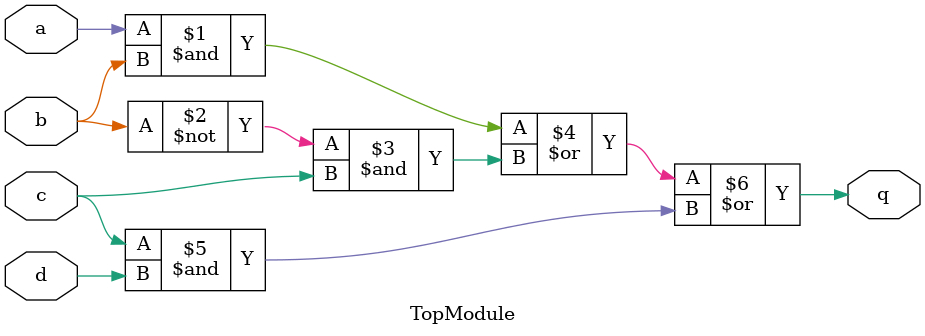
<source format=sv>

module TopModule(
    input a,
    input b,
    input c,
    input d,
    output q
);

assign q = (a & b) | (~b & c) | (c & d);

endmodule
</source>
